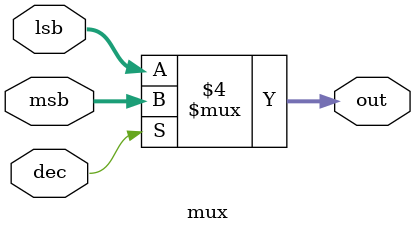
<source format=v>
`timescale 1ns / 1ps
module mux #(parameter nbits = 7)(
    input [nbits-1:0] msb,
    input [nbits-1:0] lsb,
    output reg [nbits-1:0] out,
    input dec
    );
	 
	 always@(*) begin
		 if (dec == 0) begin
			out = lsb;
		 end
		 else begin
			out = msb;
		 end
	 end
endmodule

</source>
